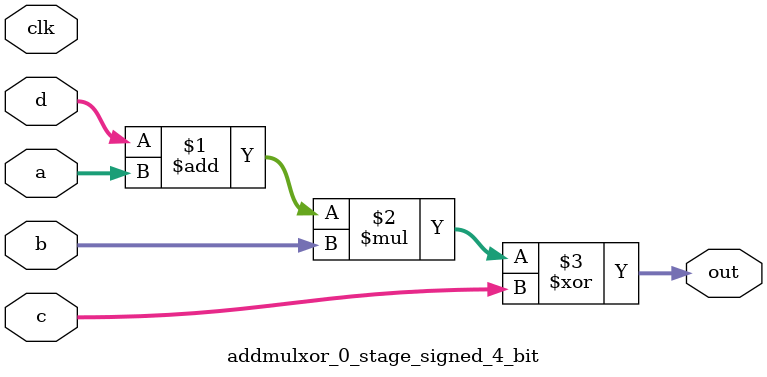
<source format=sv>
(* use_dsp = "yes" *) module addmulxor_0_stage_signed_4_bit(
	input signed [3:0] a,
	input signed [3:0] b,
	input signed [3:0] c,
	input signed [3:0] d,
	output [3:0] out,
	input clk);

	assign out = ((d + a) * b) ^ c;
endmodule

</source>
